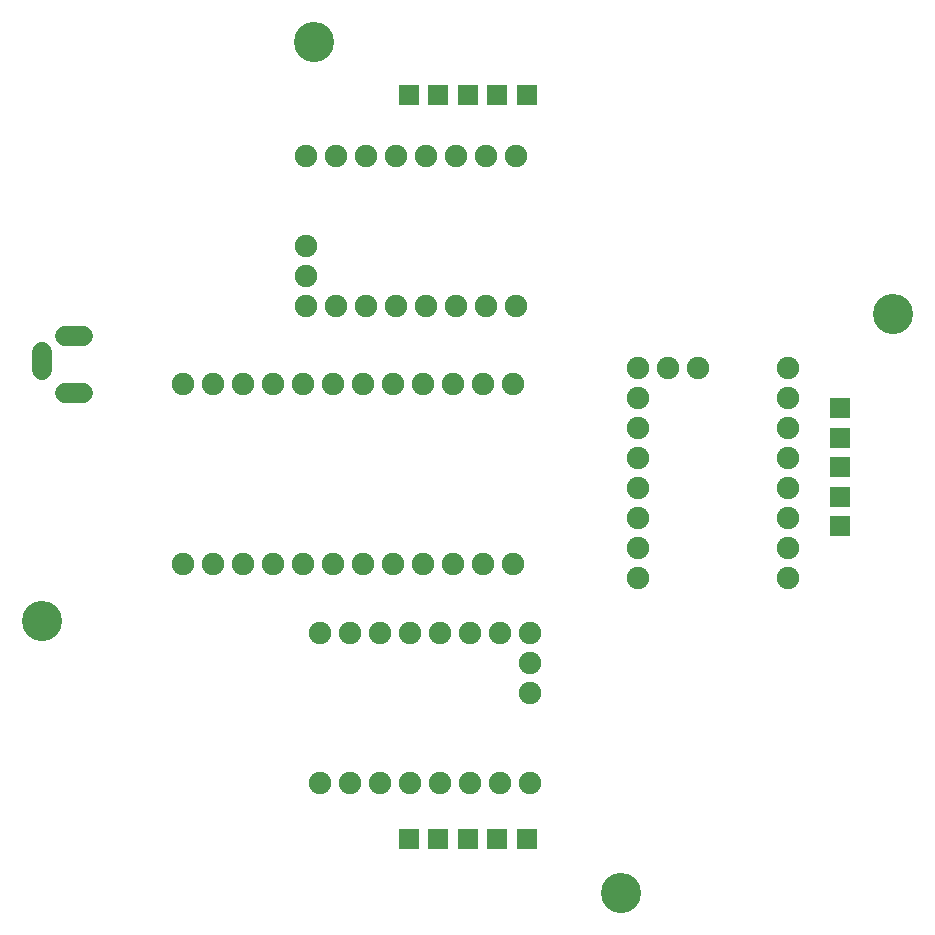
<source format=gbr>
G04 EAGLE Gerber RS-274X export*
G75*
%MOMM*%
%FSLAX44Y44*%
%LPD*%
%INSoldermask Top*%
%IPPOS*%
%AMOC8*
5,1,8,0,0,1.08239X$1,22.5*%
G01*
G04 Define Apertures*
%ADD10C,3.403200*%
%ADD11C,1.908300*%
%ADD12R,1.711200X1.711200*%
%ADD13C,1.711200*%
D10*
X10000Y240000D03*
X730000Y500000D03*
X240000Y730000D03*
X500000Y10000D03*
D11*
X408147Y440315D03*
X382747Y440315D03*
X357347Y440315D03*
X331947Y440315D03*
X306547Y440315D03*
X281147Y440315D03*
X255747Y440315D03*
X230347Y440315D03*
X204947Y440315D03*
X179547Y440315D03*
X154147Y440315D03*
X128747Y440315D03*
X408147Y287915D03*
X382747Y287915D03*
X357347Y287915D03*
X331947Y287915D03*
X306547Y287915D03*
X281147Y287915D03*
X255747Y287915D03*
X230347Y287915D03*
X204947Y287915D03*
X179547Y287915D03*
X154147Y287915D03*
X128747Y287915D03*
X422753Y229448D03*
X397353Y229448D03*
X371953Y229448D03*
X346553Y229448D03*
X321153Y229448D03*
X295753Y229448D03*
X270353Y229448D03*
X244953Y229448D03*
X422753Y102448D03*
X397353Y102448D03*
X371953Y102448D03*
X346553Y102448D03*
X321153Y102448D03*
X295753Y102448D03*
X270353Y102448D03*
X244953Y102448D03*
X422753Y204048D03*
X422753Y178648D03*
X514315Y454171D03*
X514315Y428771D03*
X514315Y403371D03*
X514315Y377971D03*
X514315Y352571D03*
X514315Y327171D03*
X514315Y301771D03*
X514315Y276371D03*
X641315Y454171D03*
X641315Y428771D03*
X641315Y403371D03*
X641315Y377971D03*
X641315Y352571D03*
X641315Y327171D03*
X641315Y301771D03*
X641315Y276371D03*
X539715Y454171D03*
X565115Y454171D03*
X232962Y506655D03*
X258362Y506655D03*
X283762Y506655D03*
X309162Y506655D03*
X334562Y506655D03*
X359962Y506655D03*
X385362Y506655D03*
X410762Y506655D03*
X232962Y633655D03*
X258362Y633655D03*
X283762Y633655D03*
X309162Y633655D03*
X334562Y633655D03*
X359962Y633655D03*
X385362Y633655D03*
X410762Y633655D03*
X232962Y532055D03*
X232962Y557455D03*
D12*
X420000Y55000D03*
X395000Y55000D03*
X370000Y55000D03*
X345000Y55000D03*
X320000Y55000D03*
X685000Y420000D03*
X685000Y395000D03*
X685000Y370000D03*
X685000Y345000D03*
X685000Y320000D03*
X320000Y685000D03*
X345000Y685000D03*
X370000Y685000D03*
X395000Y685000D03*
X420000Y685000D03*
D13*
X10000Y467540D02*
X10000Y452460D01*
X28960Y433000D02*
X44040Y433000D01*
X44040Y481000D02*
X28960Y481000D01*
M02*

</source>
